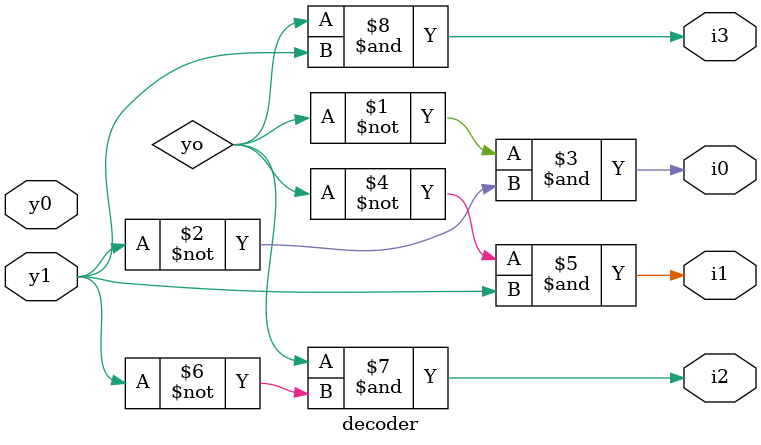
<source format=v>
module decoder(y0,y1,i0,i1,i2,i3);
input y0,y1;
output i0,i1,i2,i3;
and (i0,~yo,~y1);
and (i1,~yo,y1);
and (i2,yo,~y1);
and (i3,yo,y1);
endmodule

</source>
